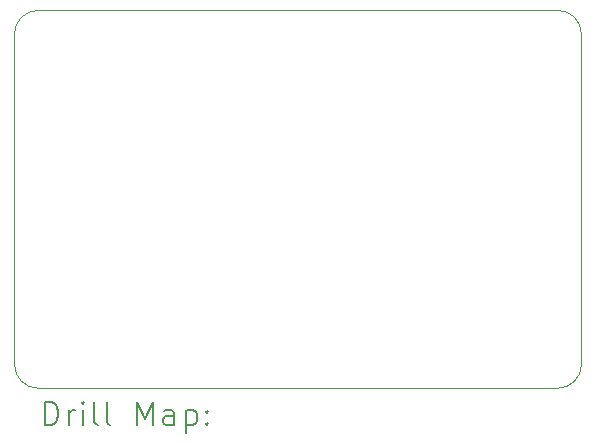
<source format=gbr>
%TF.GenerationSoftware,KiCad,Pcbnew,8.0.1*%
%TF.CreationDate,2024-10-28T21:22:44-04:00*%
%TF.ProjectId,cutdown,63757464-6f77-46e2-9e6b-696361645f70,rev?*%
%TF.SameCoordinates,Original*%
%TF.FileFunction,Drillmap*%
%TF.FilePolarity,Positive*%
%FSLAX45Y45*%
G04 Gerber Fmt 4.5, Leading zero omitted, Abs format (unit mm)*
G04 Created by KiCad (PCBNEW 8.0.1) date 2024-10-28 21:22:44*
%MOMM*%
%LPD*%
G01*
G04 APERTURE LIST*
%ADD10C,0.050000*%
%ADD11C,0.200000*%
G04 APERTURE END LIST*
D10*
X16100000Y-8800000D02*
G75*
G02*
X16300000Y-9000000I0J-200000D01*
G01*
X11700000Y-12000000D02*
G75*
G02*
X11500000Y-11800000I0J200000D01*
G01*
X11700000Y-8800000D02*
X16100000Y-8800000D01*
X11500000Y-11800000D02*
X11500000Y-9000000D01*
X16300000Y-9000000D02*
X16300000Y-11800000D01*
X16300000Y-11800000D02*
G75*
G02*
X16100000Y-12000000I-200000J0D01*
G01*
X16100000Y-12000000D02*
X11700000Y-12000000D01*
X11500000Y-9000000D02*
G75*
G02*
X11700000Y-8800000I200000J0D01*
G01*
D11*
X11758277Y-12313984D02*
X11758277Y-12113984D01*
X11758277Y-12113984D02*
X11805896Y-12113984D01*
X11805896Y-12113984D02*
X11834467Y-12123508D01*
X11834467Y-12123508D02*
X11853515Y-12142555D01*
X11853515Y-12142555D02*
X11863039Y-12161603D01*
X11863039Y-12161603D02*
X11872562Y-12199698D01*
X11872562Y-12199698D02*
X11872562Y-12228269D01*
X11872562Y-12228269D02*
X11863039Y-12266365D01*
X11863039Y-12266365D02*
X11853515Y-12285412D01*
X11853515Y-12285412D02*
X11834467Y-12304460D01*
X11834467Y-12304460D02*
X11805896Y-12313984D01*
X11805896Y-12313984D02*
X11758277Y-12313984D01*
X11958277Y-12313984D02*
X11958277Y-12180650D01*
X11958277Y-12218746D02*
X11967801Y-12199698D01*
X11967801Y-12199698D02*
X11977324Y-12190174D01*
X11977324Y-12190174D02*
X11996372Y-12180650D01*
X11996372Y-12180650D02*
X12015420Y-12180650D01*
X12082086Y-12313984D02*
X12082086Y-12180650D01*
X12082086Y-12113984D02*
X12072562Y-12123508D01*
X12072562Y-12123508D02*
X12082086Y-12133031D01*
X12082086Y-12133031D02*
X12091610Y-12123508D01*
X12091610Y-12123508D02*
X12082086Y-12113984D01*
X12082086Y-12113984D02*
X12082086Y-12133031D01*
X12205896Y-12313984D02*
X12186848Y-12304460D01*
X12186848Y-12304460D02*
X12177324Y-12285412D01*
X12177324Y-12285412D02*
X12177324Y-12113984D01*
X12310658Y-12313984D02*
X12291610Y-12304460D01*
X12291610Y-12304460D02*
X12282086Y-12285412D01*
X12282086Y-12285412D02*
X12282086Y-12113984D01*
X12539229Y-12313984D02*
X12539229Y-12113984D01*
X12539229Y-12113984D02*
X12605896Y-12256841D01*
X12605896Y-12256841D02*
X12672562Y-12113984D01*
X12672562Y-12113984D02*
X12672562Y-12313984D01*
X12853515Y-12313984D02*
X12853515Y-12209222D01*
X12853515Y-12209222D02*
X12843991Y-12190174D01*
X12843991Y-12190174D02*
X12824943Y-12180650D01*
X12824943Y-12180650D02*
X12786848Y-12180650D01*
X12786848Y-12180650D02*
X12767801Y-12190174D01*
X12853515Y-12304460D02*
X12834467Y-12313984D01*
X12834467Y-12313984D02*
X12786848Y-12313984D01*
X12786848Y-12313984D02*
X12767801Y-12304460D01*
X12767801Y-12304460D02*
X12758277Y-12285412D01*
X12758277Y-12285412D02*
X12758277Y-12266365D01*
X12758277Y-12266365D02*
X12767801Y-12247317D01*
X12767801Y-12247317D02*
X12786848Y-12237793D01*
X12786848Y-12237793D02*
X12834467Y-12237793D01*
X12834467Y-12237793D02*
X12853515Y-12228269D01*
X12948753Y-12180650D02*
X12948753Y-12380650D01*
X12948753Y-12190174D02*
X12967801Y-12180650D01*
X12967801Y-12180650D02*
X13005896Y-12180650D01*
X13005896Y-12180650D02*
X13024943Y-12190174D01*
X13024943Y-12190174D02*
X13034467Y-12199698D01*
X13034467Y-12199698D02*
X13043991Y-12218746D01*
X13043991Y-12218746D02*
X13043991Y-12275888D01*
X13043991Y-12275888D02*
X13034467Y-12294936D01*
X13034467Y-12294936D02*
X13024943Y-12304460D01*
X13024943Y-12304460D02*
X13005896Y-12313984D01*
X13005896Y-12313984D02*
X12967801Y-12313984D01*
X12967801Y-12313984D02*
X12948753Y-12304460D01*
X13129705Y-12294936D02*
X13139229Y-12304460D01*
X13139229Y-12304460D02*
X13129705Y-12313984D01*
X13129705Y-12313984D02*
X13120182Y-12304460D01*
X13120182Y-12304460D02*
X13129705Y-12294936D01*
X13129705Y-12294936D02*
X13129705Y-12313984D01*
X13129705Y-12190174D02*
X13139229Y-12199698D01*
X13139229Y-12199698D02*
X13129705Y-12209222D01*
X13129705Y-12209222D02*
X13120182Y-12199698D01*
X13120182Y-12199698D02*
X13129705Y-12190174D01*
X13129705Y-12190174D02*
X13129705Y-12209222D01*
M02*

</source>
